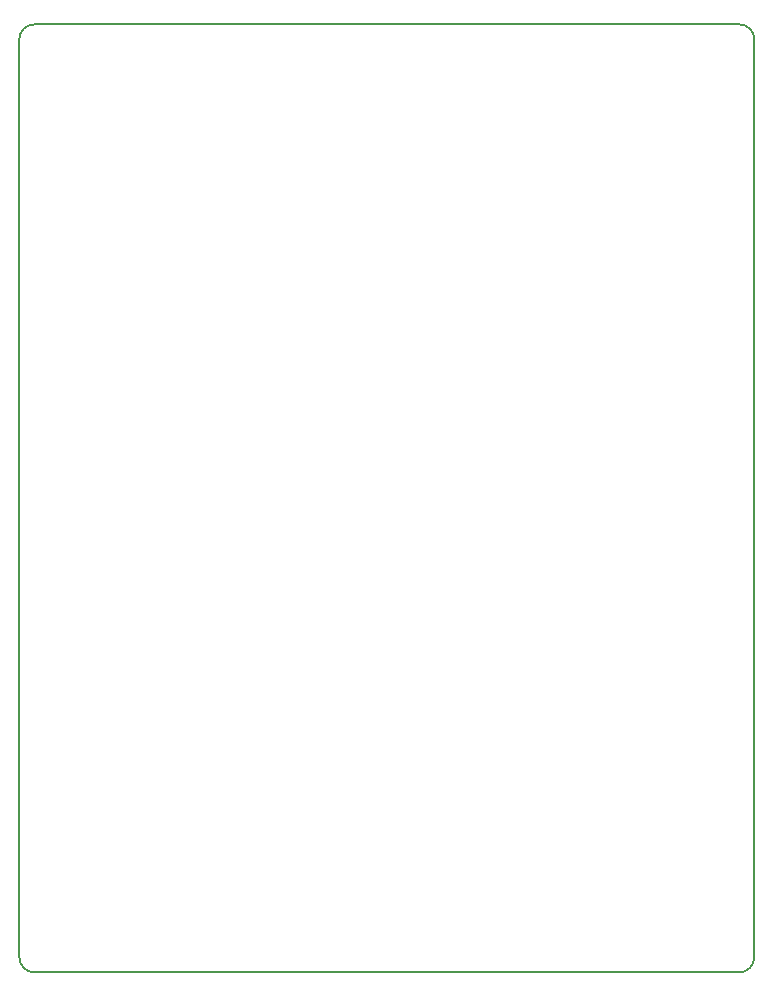
<source format=gm1>
G04 #@! TF.FileFunction,Profile,NP*
%FSLAX46Y46*%
G04 Gerber Fmt 4.6, Leading zero omitted, Abs format (unit mm)*
G04 Created by KiCad (PCBNEW 4.0.7) date Mon Dec 24 01:26:40 2018*
%MOMM*%
%LPD*%
G01*
G04 APERTURE LIST*
%ADD10C,0.100000*%
%ADD11C,0.150000*%
G04 APERTURE END LIST*
D10*
D11*
X34290000Y-108204000D02*
X93980000Y-108204000D01*
X33020000Y-106934000D02*
X33020000Y-29210000D01*
X95250000Y-29210000D02*
X95250000Y-106934000D01*
X34290000Y-27940000D02*
X93980000Y-27940000D01*
X33020000Y-106934000D02*
G75*
G03X34290000Y-108204000I1270000J0D01*
G01*
X95250000Y-29210000D02*
G75*
G03X93980000Y-27940000I-1270000J0D01*
G01*
X93980000Y-108204000D02*
G75*
G03X95250000Y-106934000I0J1270000D01*
G01*
X34290000Y-27940000D02*
G75*
G03X33020000Y-29210000I0J-1270000D01*
G01*
M02*

</source>
